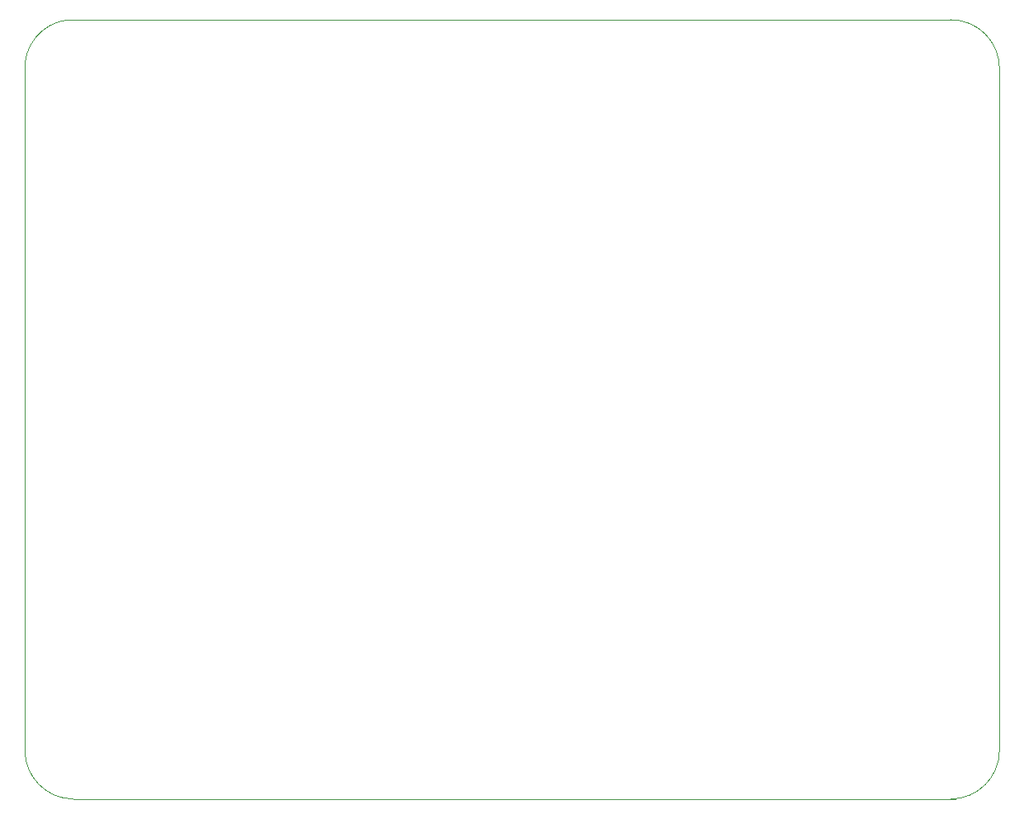
<source format=gko>
G04 #@! TF.FileFunction,Profile,NP*
%FSLAX46Y46*%
G04 Gerber Fmt 4.6, Leading zero omitted, Abs format (unit mm)*
G04 Created by KiCad (PCBNEW (2014-11-23 BZR 5300)-product) date Mon 09 Feb 2015 01:31:51 PM EST*
%MOMM*%
G01*
G04 APERTURE LIST*
%ADD10C,0.100000*%
G04 APERTURE END LIST*
D10*
X143000000Y-56000000D02*
X143000000Y-126000000D01*
X138500000Y-131000000D02*
X48000000Y-131000000D01*
X138000000Y-131000000D02*
G75*
G03X143000000Y-126000000I0J5000000D01*
G01*
X43000000Y-56500000D02*
X43000000Y-126000000D01*
X43000000Y-126000000D02*
G75*
G03X48000000Y-131000000I5000000J0D01*
G01*
X138000000Y-51000000D02*
X47500000Y-51000000D01*
X143000000Y-56000000D02*
G75*
G03X138000000Y-51000000I-5000000J0D01*
G01*
X47500000Y-51000000D02*
G75*
G03X43000000Y-56500000I500000J-5000000D01*
G01*
M02*

</source>
